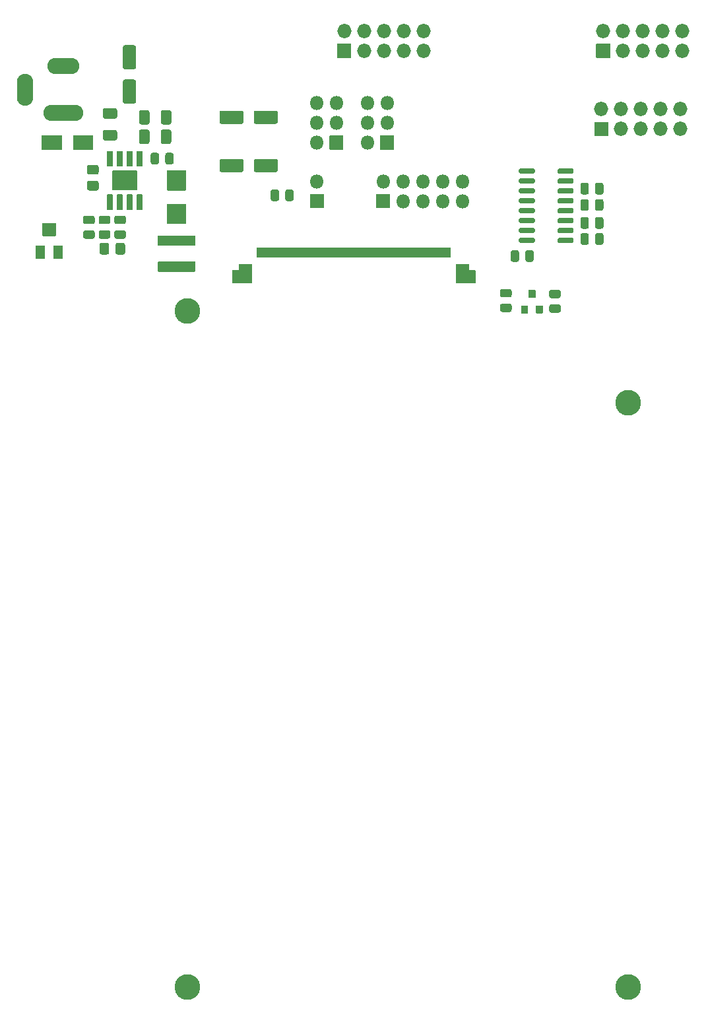
<source format=gts>
G04 #@! TF.GenerationSoftware,KiCad,Pcbnew,5.1.8-5.1.8*
G04 #@! TF.CreationDate,2021-01-07T16:38:59+01:00*
G04 #@! TF.ProjectId,gpsdo-connector,67707364-6f2d-4636-9f6e-6e6563746f72,rev?*
G04 #@! TF.SameCoordinates,PX7ed6b40PY5742de0*
G04 #@! TF.FileFunction,Soldermask,Top*
G04 #@! TF.FilePolarity,Negative*
%FSLAX46Y46*%
G04 Gerber Fmt 4.6, Leading zero omitted, Abs format (unit mm)*
G04 Created by KiCad (PCBNEW 5.1.8-5.1.8) date 2021-01-07 16:38:59*
%MOMM*%
%LPD*%
G01*
G04 APERTURE LIST*
%ADD10C,3.302000*%
%ADD11O,1.829200X1.829200*%
%ADD12O,1.802000X1.802000*%
%ADD13O,4.102000X2.102000*%
%ADD14O,2.102000X4.102000*%
%ADD15O,5.102000X2.102000*%
%ADD16C,0.100000*%
G04 APERTURE END LIST*
D10*
X82200000Y-126000000D03*
X25600000Y-126000000D03*
X82200000Y-51150000D03*
X25600000Y-39350000D03*
G36*
G01*
X22799000Y-20281750D02*
X22799000Y-19318250D01*
G75*
G02*
X23068250Y-19049000I269250J0D01*
G01*
X23606750Y-19049000D01*
G75*
G02*
X23876000Y-19318250I0J-269250D01*
G01*
X23876000Y-20281750D01*
G75*
G02*
X23606750Y-20551000I-269250J0D01*
G01*
X23068250Y-20551000D01*
G75*
G02*
X22799000Y-20281750I0J269250D01*
G01*
G37*
G36*
G01*
X20924000Y-20281750D02*
X20924000Y-19318250D01*
G75*
G02*
X21193250Y-19049000I269250J0D01*
G01*
X21731750Y-19049000D01*
G75*
G02*
X22001000Y-19318250I0J-269250D01*
G01*
X22001000Y-20281750D01*
G75*
G02*
X21731750Y-20551000I-269250J0D01*
G01*
X21193250Y-20551000D01*
G75*
G02*
X20924000Y-20281750I0J269250D01*
G01*
G37*
D11*
X55910000Y-3460000D03*
X55910000Y-6000000D03*
X53370000Y-3460000D03*
X53370000Y-6000000D03*
X50830000Y-3460000D03*
X50830000Y-6000000D03*
X48290000Y-3460000D03*
X48290000Y-6000000D03*
X45750000Y-3460000D03*
G36*
G01*
X46613600Y-6914600D02*
X44886400Y-6914600D01*
G75*
G02*
X44835400Y-6863600I0J51000D01*
G01*
X44835400Y-5136400D01*
G75*
G02*
X44886400Y-5085400I51000J0D01*
G01*
X46613600Y-5085400D01*
G75*
G02*
X46664600Y-5136400I0J-51000D01*
G01*
X46664600Y-6863600D01*
G75*
G02*
X46613600Y-6914600I-51000J0D01*
G01*
G37*
G36*
G01*
X9551000Y-16850000D02*
X9551000Y-18650000D01*
G75*
G02*
X9500000Y-18701000I-51000J0D01*
G01*
X7000000Y-18701000D01*
G75*
G02*
X6949000Y-18650000I0J51000D01*
G01*
X6949000Y-16850000D01*
G75*
G02*
X7000000Y-16799000I51000J0D01*
G01*
X9500000Y-16799000D01*
G75*
G02*
X9551000Y-16850000I0J-51000D01*
G01*
G37*
G36*
G01*
X13551000Y-16850000D02*
X13551000Y-18650000D01*
G75*
G02*
X13500000Y-18701000I-51000J0D01*
G01*
X11000000Y-18701000D01*
G75*
G02*
X10949000Y-18650000I0J51000D01*
G01*
X10949000Y-16850000D01*
G75*
G02*
X11000000Y-16799000I51000J0D01*
G01*
X13500000Y-16799000D01*
G75*
G02*
X13551000Y-16850000I0J-51000D01*
G01*
G37*
G36*
G01*
X16355600Y-14676000D02*
X15044400Y-14676000D01*
G75*
G02*
X14774000Y-14405600I0J270400D01*
G01*
X14774000Y-13594400D01*
G75*
G02*
X15044400Y-13324000I270400J0D01*
G01*
X16355600Y-13324000D01*
G75*
G02*
X16626000Y-13594400I0J-270400D01*
G01*
X16626000Y-14405600D01*
G75*
G02*
X16355600Y-14676000I-270400J0D01*
G01*
G37*
G36*
G01*
X16355600Y-17476000D02*
X15044400Y-17476000D01*
G75*
G02*
X14774000Y-17205600I0J270400D01*
G01*
X14774000Y-16394400D01*
G75*
G02*
X15044400Y-16124000I270400J0D01*
G01*
X16355600Y-16124000D01*
G75*
G02*
X16626000Y-16394400I0J-270400D01*
G01*
X16626000Y-17205600D01*
G75*
G02*
X16355600Y-17476000I-270400J0D01*
G01*
G37*
G36*
G01*
X18785063Y-8351000D02*
X17614937Y-8351000D01*
G75*
G02*
X17349000Y-8085063I0J265937D01*
G01*
X17349000Y-5514937D01*
G75*
G02*
X17614937Y-5249000I265937J0D01*
G01*
X18785063Y-5249000D01*
G75*
G02*
X19051000Y-5514937I0J-265937D01*
G01*
X19051000Y-8085063D01*
G75*
G02*
X18785063Y-8351000I-265937J0D01*
G01*
G37*
G36*
G01*
X18785063Y-12751000D02*
X17614937Y-12751000D01*
G75*
G02*
X17349000Y-12485063I0J265937D01*
G01*
X17349000Y-9914937D01*
G75*
G02*
X17614937Y-9649000I265937J0D01*
G01*
X18785063Y-9649000D01*
G75*
G02*
X19051000Y-9914937I0J-265937D01*
G01*
X19051000Y-12485063D01*
G75*
G02*
X18785063Y-12751000I-265937J0D01*
G01*
G37*
G36*
G01*
X25400000Y-23901000D02*
X23100000Y-23901000D01*
G75*
G02*
X23049000Y-23850000I0J51000D01*
G01*
X23049000Y-21350000D01*
G75*
G02*
X23100000Y-21299000I51000J0D01*
G01*
X25400000Y-21299000D01*
G75*
G02*
X25451000Y-21350000I0J-51000D01*
G01*
X25451000Y-23850000D01*
G75*
G02*
X25400000Y-23901000I-51000J0D01*
G01*
G37*
G36*
G01*
X25400000Y-28201000D02*
X23100000Y-28201000D01*
G75*
G02*
X23049000Y-28150000I0J51000D01*
G01*
X23049000Y-25650000D01*
G75*
G02*
X23100000Y-25599000I51000J0D01*
G01*
X25400000Y-25599000D01*
G75*
G02*
X25451000Y-25650000I0J-51000D01*
G01*
X25451000Y-28150000D01*
G75*
G02*
X25400000Y-28201000I-51000J0D01*
G01*
G37*
G36*
G01*
X66981750Y-37601000D02*
X66018250Y-37601000D01*
G75*
G02*
X65749000Y-37331750I0J269250D01*
G01*
X65749000Y-36793250D01*
G75*
G02*
X66018250Y-36524000I269250J0D01*
G01*
X66981750Y-36524000D01*
G75*
G02*
X67251000Y-36793250I0J-269250D01*
G01*
X67251000Y-37331750D01*
G75*
G02*
X66981750Y-37601000I-269250J0D01*
G01*
G37*
G36*
G01*
X66981750Y-39476000D02*
X66018250Y-39476000D01*
G75*
G02*
X65749000Y-39206750I0J269250D01*
G01*
X65749000Y-38668250D01*
G75*
G02*
X66018250Y-38399000I269250J0D01*
G01*
X66981750Y-38399000D01*
G75*
G02*
X67251000Y-38668250I0J-269250D01*
G01*
X67251000Y-39206750D01*
G75*
G02*
X66981750Y-39476000I-269250J0D01*
G01*
G37*
G36*
G01*
X60099000Y-35750000D02*
X60099000Y-34150000D01*
G75*
G02*
X60150000Y-34099000I51000J0D01*
G01*
X62550000Y-34099000D01*
G75*
G02*
X62601000Y-34150000I0J-51000D01*
G01*
X62601000Y-35750000D01*
G75*
G02*
X62550000Y-35801000I-51000J0D01*
G01*
X60150000Y-35801000D01*
G75*
G02*
X60099000Y-35750000I0J51000D01*
G01*
G37*
G36*
G01*
X31399000Y-35750000D02*
X31399000Y-34150000D01*
G75*
G02*
X31450000Y-34099000I51000J0D01*
G01*
X33850000Y-34099000D01*
G75*
G02*
X33901000Y-34150000I0J-51000D01*
G01*
X33901000Y-35750000D01*
G75*
G02*
X33850000Y-35801000I-51000J0D01*
G01*
X31450000Y-35801000D01*
G75*
G02*
X31399000Y-35750000I0J51000D01*
G01*
G37*
G36*
G01*
X60099000Y-35750000D02*
X60099000Y-33350000D01*
G75*
G02*
X60150000Y-33299000I51000J0D01*
G01*
X61750000Y-33299000D01*
G75*
G02*
X61801000Y-33350000I0J-51000D01*
G01*
X61801000Y-35750000D01*
G75*
G02*
X61750000Y-35801000I-51000J0D01*
G01*
X60150000Y-35801000D01*
G75*
G02*
X60099000Y-35750000I0J51000D01*
G01*
G37*
G36*
G01*
X32199000Y-35750000D02*
X32199000Y-33350000D01*
G75*
G02*
X32250000Y-33299000I51000J0D01*
G01*
X33850000Y-33299000D01*
G75*
G02*
X33901000Y-33350000I0J-51000D01*
G01*
X33901000Y-35750000D01*
G75*
G02*
X33850000Y-35801000I-51000J0D01*
G01*
X32250000Y-35801000D01*
G75*
G02*
X32199000Y-35750000I0J51000D01*
G01*
G37*
G36*
G01*
X59049000Y-32450000D02*
X59049000Y-31250000D01*
G75*
G02*
X59100000Y-31199000I51000J0D01*
G01*
X59400000Y-31199000D01*
G75*
G02*
X59451000Y-31250000I0J-51000D01*
G01*
X59451000Y-32450000D01*
G75*
G02*
X59400000Y-32501000I-51000J0D01*
G01*
X59100000Y-32501000D01*
G75*
G02*
X59049000Y-32450000I0J51000D01*
G01*
G37*
G36*
G01*
X58549000Y-32450000D02*
X58549000Y-31250000D01*
G75*
G02*
X58600000Y-31199000I51000J0D01*
G01*
X58900000Y-31199000D01*
G75*
G02*
X58951000Y-31250000I0J-51000D01*
G01*
X58951000Y-32450000D01*
G75*
G02*
X58900000Y-32501000I-51000J0D01*
G01*
X58600000Y-32501000D01*
G75*
G02*
X58549000Y-32450000I0J51000D01*
G01*
G37*
G36*
G01*
X58049000Y-32450000D02*
X58049000Y-31250000D01*
G75*
G02*
X58100000Y-31199000I51000J0D01*
G01*
X58400000Y-31199000D01*
G75*
G02*
X58451000Y-31250000I0J-51000D01*
G01*
X58451000Y-32450000D01*
G75*
G02*
X58400000Y-32501000I-51000J0D01*
G01*
X58100000Y-32501000D01*
G75*
G02*
X58049000Y-32450000I0J51000D01*
G01*
G37*
G36*
G01*
X57549000Y-32450000D02*
X57549000Y-31250000D01*
G75*
G02*
X57600000Y-31199000I51000J0D01*
G01*
X57900000Y-31199000D01*
G75*
G02*
X57951000Y-31250000I0J-51000D01*
G01*
X57951000Y-32450000D01*
G75*
G02*
X57900000Y-32501000I-51000J0D01*
G01*
X57600000Y-32501000D01*
G75*
G02*
X57549000Y-32450000I0J51000D01*
G01*
G37*
G36*
G01*
X57049000Y-32450000D02*
X57049000Y-31250000D01*
G75*
G02*
X57100000Y-31199000I51000J0D01*
G01*
X57400000Y-31199000D01*
G75*
G02*
X57451000Y-31250000I0J-51000D01*
G01*
X57451000Y-32450000D01*
G75*
G02*
X57400000Y-32501000I-51000J0D01*
G01*
X57100000Y-32501000D01*
G75*
G02*
X57049000Y-32450000I0J51000D01*
G01*
G37*
G36*
G01*
X56549000Y-32450000D02*
X56549000Y-31250000D01*
G75*
G02*
X56600000Y-31199000I51000J0D01*
G01*
X56900000Y-31199000D01*
G75*
G02*
X56951000Y-31250000I0J-51000D01*
G01*
X56951000Y-32450000D01*
G75*
G02*
X56900000Y-32501000I-51000J0D01*
G01*
X56600000Y-32501000D01*
G75*
G02*
X56549000Y-32450000I0J51000D01*
G01*
G37*
G36*
G01*
X56049000Y-32450000D02*
X56049000Y-31250000D01*
G75*
G02*
X56100000Y-31199000I51000J0D01*
G01*
X56400000Y-31199000D01*
G75*
G02*
X56451000Y-31250000I0J-51000D01*
G01*
X56451000Y-32450000D01*
G75*
G02*
X56400000Y-32501000I-51000J0D01*
G01*
X56100000Y-32501000D01*
G75*
G02*
X56049000Y-32450000I0J51000D01*
G01*
G37*
G36*
G01*
X55549000Y-32450000D02*
X55549000Y-31250000D01*
G75*
G02*
X55600000Y-31199000I51000J0D01*
G01*
X55900000Y-31199000D01*
G75*
G02*
X55951000Y-31250000I0J-51000D01*
G01*
X55951000Y-32450000D01*
G75*
G02*
X55900000Y-32501000I-51000J0D01*
G01*
X55600000Y-32501000D01*
G75*
G02*
X55549000Y-32450000I0J51000D01*
G01*
G37*
G36*
G01*
X55049000Y-32450000D02*
X55049000Y-31250000D01*
G75*
G02*
X55100000Y-31199000I51000J0D01*
G01*
X55400000Y-31199000D01*
G75*
G02*
X55451000Y-31250000I0J-51000D01*
G01*
X55451000Y-32450000D01*
G75*
G02*
X55400000Y-32501000I-51000J0D01*
G01*
X55100000Y-32501000D01*
G75*
G02*
X55049000Y-32450000I0J51000D01*
G01*
G37*
G36*
G01*
X54549000Y-32450000D02*
X54549000Y-31250000D01*
G75*
G02*
X54600000Y-31199000I51000J0D01*
G01*
X54900000Y-31199000D01*
G75*
G02*
X54951000Y-31250000I0J-51000D01*
G01*
X54951000Y-32450000D01*
G75*
G02*
X54900000Y-32501000I-51000J0D01*
G01*
X54600000Y-32501000D01*
G75*
G02*
X54549000Y-32450000I0J51000D01*
G01*
G37*
G36*
G01*
X54049000Y-32450000D02*
X54049000Y-31250000D01*
G75*
G02*
X54100000Y-31199000I51000J0D01*
G01*
X54400000Y-31199000D01*
G75*
G02*
X54451000Y-31250000I0J-51000D01*
G01*
X54451000Y-32450000D01*
G75*
G02*
X54400000Y-32501000I-51000J0D01*
G01*
X54100000Y-32501000D01*
G75*
G02*
X54049000Y-32450000I0J51000D01*
G01*
G37*
G36*
G01*
X53549000Y-32450000D02*
X53549000Y-31250000D01*
G75*
G02*
X53600000Y-31199000I51000J0D01*
G01*
X53900000Y-31199000D01*
G75*
G02*
X53951000Y-31250000I0J-51000D01*
G01*
X53951000Y-32450000D01*
G75*
G02*
X53900000Y-32501000I-51000J0D01*
G01*
X53600000Y-32501000D01*
G75*
G02*
X53549000Y-32450000I0J51000D01*
G01*
G37*
G36*
G01*
X53049000Y-32450000D02*
X53049000Y-31250000D01*
G75*
G02*
X53100000Y-31199000I51000J0D01*
G01*
X53400000Y-31199000D01*
G75*
G02*
X53451000Y-31250000I0J-51000D01*
G01*
X53451000Y-32450000D01*
G75*
G02*
X53400000Y-32501000I-51000J0D01*
G01*
X53100000Y-32501000D01*
G75*
G02*
X53049000Y-32450000I0J51000D01*
G01*
G37*
G36*
G01*
X52549000Y-32450000D02*
X52549000Y-31250000D01*
G75*
G02*
X52600000Y-31199000I51000J0D01*
G01*
X52900000Y-31199000D01*
G75*
G02*
X52951000Y-31250000I0J-51000D01*
G01*
X52951000Y-32450000D01*
G75*
G02*
X52900000Y-32501000I-51000J0D01*
G01*
X52600000Y-32501000D01*
G75*
G02*
X52549000Y-32450000I0J51000D01*
G01*
G37*
G36*
G01*
X52049000Y-32450000D02*
X52049000Y-31250000D01*
G75*
G02*
X52100000Y-31199000I51000J0D01*
G01*
X52400000Y-31199000D01*
G75*
G02*
X52451000Y-31250000I0J-51000D01*
G01*
X52451000Y-32450000D01*
G75*
G02*
X52400000Y-32501000I-51000J0D01*
G01*
X52100000Y-32501000D01*
G75*
G02*
X52049000Y-32450000I0J51000D01*
G01*
G37*
G36*
G01*
X51549000Y-32450000D02*
X51549000Y-31250000D01*
G75*
G02*
X51600000Y-31199000I51000J0D01*
G01*
X51900000Y-31199000D01*
G75*
G02*
X51951000Y-31250000I0J-51000D01*
G01*
X51951000Y-32450000D01*
G75*
G02*
X51900000Y-32501000I-51000J0D01*
G01*
X51600000Y-32501000D01*
G75*
G02*
X51549000Y-32450000I0J51000D01*
G01*
G37*
G36*
G01*
X51049000Y-32450000D02*
X51049000Y-31250000D01*
G75*
G02*
X51100000Y-31199000I51000J0D01*
G01*
X51400000Y-31199000D01*
G75*
G02*
X51451000Y-31250000I0J-51000D01*
G01*
X51451000Y-32450000D01*
G75*
G02*
X51400000Y-32501000I-51000J0D01*
G01*
X51100000Y-32501000D01*
G75*
G02*
X51049000Y-32450000I0J51000D01*
G01*
G37*
G36*
G01*
X50549000Y-32450000D02*
X50549000Y-31250000D01*
G75*
G02*
X50600000Y-31199000I51000J0D01*
G01*
X50900000Y-31199000D01*
G75*
G02*
X50951000Y-31250000I0J-51000D01*
G01*
X50951000Y-32450000D01*
G75*
G02*
X50900000Y-32501000I-51000J0D01*
G01*
X50600000Y-32501000D01*
G75*
G02*
X50549000Y-32450000I0J51000D01*
G01*
G37*
G36*
G01*
X50049000Y-32450000D02*
X50049000Y-31250000D01*
G75*
G02*
X50100000Y-31199000I51000J0D01*
G01*
X50400000Y-31199000D01*
G75*
G02*
X50451000Y-31250000I0J-51000D01*
G01*
X50451000Y-32450000D01*
G75*
G02*
X50400000Y-32501000I-51000J0D01*
G01*
X50100000Y-32501000D01*
G75*
G02*
X50049000Y-32450000I0J51000D01*
G01*
G37*
G36*
G01*
X49549000Y-32450000D02*
X49549000Y-31250000D01*
G75*
G02*
X49600000Y-31199000I51000J0D01*
G01*
X49900000Y-31199000D01*
G75*
G02*
X49951000Y-31250000I0J-51000D01*
G01*
X49951000Y-32450000D01*
G75*
G02*
X49900000Y-32501000I-51000J0D01*
G01*
X49600000Y-32501000D01*
G75*
G02*
X49549000Y-32450000I0J51000D01*
G01*
G37*
G36*
G01*
X49049000Y-32450000D02*
X49049000Y-31250000D01*
G75*
G02*
X49100000Y-31199000I51000J0D01*
G01*
X49400000Y-31199000D01*
G75*
G02*
X49451000Y-31250000I0J-51000D01*
G01*
X49451000Y-32450000D01*
G75*
G02*
X49400000Y-32501000I-51000J0D01*
G01*
X49100000Y-32501000D01*
G75*
G02*
X49049000Y-32450000I0J51000D01*
G01*
G37*
G36*
G01*
X48549000Y-32450000D02*
X48549000Y-31250000D01*
G75*
G02*
X48600000Y-31199000I51000J0D01*
G01*
X48900000Y-31199000D01*
G75*
G02*
X48951000Y-31250000I0J-51000D01*
G01*
X48951000Y-32450000D01*
G75*
G02*
X48900000Y-32501000I-51000J0D01*
G01*
X48600000Y-32501000D01*
G75*
G02*
X48549000Y-32450000I0J51000D01*
G01*
G37*
G36*
G01*
X48049000Y-32450000D02*
X48049000Y-31250000D01*
G75*
G02*
X48100000Y-31199000I51000J0D01*
G01*
X48400000Y-31199000D01*
G75*
G02*
X48451000Y-31250000I0J-51000D01*
G01*
X48451000Y-32450000D01*
G75*
G02*
X48400000Y-32501000I-51000J0D01*
G01*
X48100000Y-32501000D01*
G75*
G02*
X48049000Y-32450000I0J51000D01*
G01*
G37*
G36*
G01*
X47549000Y-32450000D02*
X47549000Y-31250000D01*
G75*
G02*
X47600000Y-31199000I51000J0D01*
G01*
X47900000Y-31199000D01*
G75*
G02*
X47951000Y-31250000I0J-51000D01*
G01*
X47951000Y-32450000D01*
G75*
G02*
X47900000Y-32501000I-51000J0D01*
G01*
X47600000Y-32501000D01*
G75*
G02*
X47549000Y-32450000I0J51000D01*
G01*
G37*
G36*
G01*
X47049000Y-32450000D02*
X47049000Y-31250000D01*
G75*
G02*
X47100000Y-31199000I51000J0D01*
G01*
X47400000Y-31199000D01*
G75*
G02*
X47451000Y-31250000I0J-51000D01*
G01*
X47451000Y-32450000D01*
G75*
G02*
X47400000Y-32501000I-51000J0D01*
G01*
X47100000Y-32501000D01*
G75*
G02*
X47049000Y-32450000I0J51000D01*
G01*
G37*
G36*
G01*
X46549000Y-32450000D02*
X46549000Y-31250000D01*
G75*
G02*
X46600000Y-31199000I51000J0D01*
G01*
X46900000Y-31199000D01*
G75*
G02*
X46951000Y-31250000I0J-51000D01*
G01*
X46951000Y-32450000D01*
G75*
G02*
X46900000Y-32501000I-51000J0D01*
G01*
X46600000Y-32501000D01*
G75*
G02*
X46549000Y-32450000I0J51000D01*
G01*
G37*
G36*
G01*
X46049000Y-32450000D02*
X46049000Y-31250000D01*
G75*
G02*
X46100000Y-31199000I51000J0D01*
G01*
X46400000Y-31199000D01*
G75*
G02*
X46451000Y-31250000I0J-51000D01*
G01*
X46451000Y-32450000D01*
G75*
G02*
X46400000Y-32501000I-51000J0D01*
G01*
X46100000Y-32501000D01*
G75*
G02*
X46049000Y-32450000I0J51000D01*
G01*
G37*
G36*
G01*
X45549000Y-32450000D02*
X45549000Y-31250000D01*
G75*
G02*
X45600000Y-31199000I51000J0D01*
G01*
X45900000Y-31199000D01*
G75*
G02*
X45951000Y-31250000I0J-51000D01*
G01*
X45951000Y-32450000D01*
G75*
G02*
X45900000Y-32501000I-51000J0D01*
G01*
X45600000Y-32501000D01*
G75*
G02*
X45549000Y-32450000I0J51000D01*
G01*
G37*
G36*
G01*
X45049000Y-32450000D02*
X45049000Y-31250000D01*
G75*
G02*
X45100000Y-31199000I51000J0D01*
G01*
X45400000Y-31199000D01*
G75*
G02*
X45451000Y-31250000I0J-51000D01*
G01*
X45451000Y-32450000D01*
G75*
G02*
X45400000Y-32501000I-51000J0D01*
G01*
X45100000Y-32501000D01*
G75*
G02*
X45049000Y-32450000I0J51000D01*
G01*
G37*
G36*
G01*
X44549000Y-32450000D02*
X44549000Y-31250000D01*
G75*
G02*
X44600000Y-31199000I51000J0D01*
G01*
X44900000Y-31199000D01*
G75*
G02*
X44951000Y-31250000I0J-51000D01*
G01*
X44951000Y-32450000D01*
G75*
G02*
X44900000Y-32501000I-51000J0D01*
G01*
X44600000Y-32501000D01*
G75*
G02*
X44549000Y-32450000I0J51000D01*
G01*
G37*
G36*
G01*
X44049000Y-32450000D02*
X44049000Y-31250000D01*
G75*
G02*
X44100000Y-31199000I51000J0D01*
G01*
X44400000Y-31199000D01*
G75*
G02*
X44451000Y-31250000I0J-51000D01*
G01*
X44451000Y-32450000D01*
G75*
G02*
X44400000Y-32501000I-51000J0D01*
G01*
X44100000Y-32501000D01*
G75*
G02*
X44049000Y-32450000I0J51000D01*
G01*
G37*
G36*
G01*
X43549000Y-32450000D02*
X43549000Y-31250000D01*
G75*
G02*
X43600000Y-31199000I51000J0D01*
G01*
X43900000Y-31199000D01*
G75*
G02*
X43951000Y-31250000I0J-51000D01*
G01*
X43951000Y-32450000D01*
G75*
G02*
X43900000Y-32501000I-51000J0D01*
G01*
X43600000Y-32501000D01*
G75*
G02*
X43549000Y-32450000I0J51000D01*
G01*
G37*
G36*
G01*
X43049000Y-32450000D02*
X43049000Y-31250000D01*
G75*
G02*
X43100000Y-31199000I51000J0D01*
G01*
X43400000Y-31199000D01*
G75*
G02*
X43451000Y-31250000I0J-51000D01*
G01*
X43451000Y-32450000D01*
G75*
G02*
X43400000Y-32501000I-51000J0D01*
G01*
X43100000Y-32501000D01*
G75*
G02*
X43049000Y-32450000I0J51000D01*
G01*
G37*
G36*
G01*
X42549000Y-32450000D02*
X42549000Y-31250000D01*
G75*
G02*
X42600000Y-31199000I51000J0D01*
G01*
X42900000Y-31199000D01*
G75*
G02*
X42951000Y-31250000I0J-51000D01*
G01*
X42951000Y-32450000D01*
G75*
G02*
X42900000Y-32501000I-51000J0D01*
G01*
X42600000Y-32501000D01*
G75*
G02*
X42549000Y-32450000I0J51000D01*
G01*
G37*
G36*
G01*
X42049000Y-32450000D02*
X42049000Y-31250000D01*
G75*
G02*
X42100000Y-31199000I51000J0D01*
G01*
X42400000Y-31199000D01*
G75*
G02*
X42451000Y-31250000I0J-51000D01*
G01*
X42451000Y-32450000D01*
G75*
G02*
X42400000Y-32501000I-51000J0D01*
G01*
X42100000Y-32501000D01*
G75*
G02*
X42049000Y-32450000I0J51000D01*
G01*
G37*
G36*
G01*
X41549000Y-32450000D02*
X41549000Y-31250000D01*
G75*
G02*
X41600000Y-31199000I51000J0D01*
G01*
X41900000Y-31199000D01*
G75*
G02*
X41951000Y-31250000I0J-51000D01*
G01*
X41951000Y-32450000D01*
G75*
G02*
X41900000Y-32501000I-51000J0D01*
G01*
X41600000Y-32501000D01*
G75*
G02*
X41549000Y-32450000I0J51000D01*
G01*
G37*
G36*
G01*
X41049000Y-32450000D02*
X41049000Y-31250000D01*
G75*
G02*
X41100000Y-31199000I51000J0D01*
G01*
X41400000Y-31199000D01*
G75*
G02*
X41451000Y-31250000I0J-51000D01*
G01*
X41451000Y-32450000D01*
G75*
G02*
X41400000Y-32501000I-51000J0D01*
G01*
X41100000Y-32501000D01*
G75*
G02*
X41049000Y-32450000I0J51000D01*
G01*
G37*
G36*
G01*
X40549000Y-32450000D02*
X40549000Y-31250000D01*
G75*
G02*
X40600000Y-31199000I51000J0D01*
G01*
X40900000Y-31199000D01*
G75*
G02*
X40951000Y-31250000I0J-51000D01*
G01*
X40951000Y-32450000D01*
G75*
G02*
X40900000Y-32501000I-51000J0D01*
G01*
X40600000Y-32501000D01*
G75*
G02*
X40549000Y-32450000I0J51000D01*
G01*
G37*
G36*
G01*
X40049000Y-32450000D02*
X40049000Y-31250000D01*
G75*
G02*
X40100000Y-31199000I51000J0D01*
G01*
X40400000Y-31199000D01*
G75*
G02*
X40451000Y-31250000I0J-51000D01*
G01*
X40451000Y-32450000D01*
G75*
G02*
X40400000Y-32501000I-51000J0D01*
G01*
X40100000Y-32501000D01*
G75*
G02*
X40049000Y-32450000I0J51000D01*
G01*
G37*
G36*
G01*
X39549000Y-32450000D02*
X39549000Y-31250000D01*
G75*
G02*
X39600000Y-31199000I51000J0D01*
G01*
X39900000Y-31199000D01*
G75*
G02*
X39951000Y-31250000I0J-51000D01*
G01*
X39951000Y-32450000D01*
G75*
G02*
X39900000Y-32501000I-51000J0D01*
G01*
X39600000Y-32501000D01*
G75*
G02*
X39549000Y-32450000I0J51000D01*
G01*
G37*
G36*
G01*
X39049000Y-32450000D02*
X39049000Y-31250000D01*
G75*
G02*
X39100000Y-31199000I51000J0D01*
G01*
X39400000Y-31199000D01*
G75*
G02*
X39451000Y-31250000I0J-51000D01*
G01*
X39451000Y-32450000D01*
G75*
G02*
X39400000Y-32501000I-51000J0D01*
G01*
X39100000Y-32501000D01*
G75*
G02*
X39049000Y-32450000I0J51000D01*
G01*
G37*
G36*
G01*
X38549000Y-32450000D02*
X38549000Y-31250000D01*
G75*
G02*
X38600000Y-31199000I51000J0D01*
G01*
X38900000Y-31199000D01*
G75*
G02*
X38951000Y-31250000I0J-51000D01*
G01*
X38951000Y-32450000D01*
G75*
G02*
X38900000Y-32501000I-51000J0D01*
G01*
X38600000Y-32501000D01*
G75*
G02*
X38549000Y-32450000I0J51000D01*
G01*
G37*
G36*
G01*
X38049000Y-32450000D02*
X38049000Y-31250000D01*
G75*
G02*
X38100000Y-31199000I51000J0D01*
G01*
X38400000Y-31199000D01*
G75*
G02*
X38451000Y-31250000I0J-51000D01*
G01*
X38451000Y-32450000D01*
G75*
G02*
X38400000Y-32501000I-51000J0D01*
G01*
X38100000Y-32501000D01*
G75*
G02*
X38049000Y-32450000I0J51000D01*
G01*
G37*
G36*
G01*
X37549000Y-32450000D02*
X37549000Y-31250000D01*
G75*
G02*
X37600000Y-31199000I51000J0D01*
G01*
X37900000Y-31199000D01*
G75*
G02*
X37951000Y-31250000I0J-51000D01*
G01*
X37951000Y-32450000D01*
G75*
G02*
X37900000Y-32501000I-51000J0D01*
G01*
X37600000Y-32501000D01*
G75*
G02*
X37549000Y-32450000I0J51000D01*
G01*
G37*
G36*
G01*
X37049000Y-32450000D02*
X37049000Y-31250000D01*
G75*
G02*
X37100000Y-31199000I51000J0D01*
G01*
X37400000Y-31199000D01*
G75*
G02*
X37451000Y-31250000I0J-51000D01*
G01*
X37451000Y-32450000D01*
G75*
G02*
X37400000Y-32501000I-51000J0D01*
G01*
X37100000Y-32501000D01*
G75*
G02*
X37049000Y-32450000I0J51000D01*
G01*
G37*
G36*
G01*
X36549000Y-32450000D02*
X36549000Y-31250000D01*
G75*
G02*
X36600000Y-31199000I51000J0D01*
G01*
X36900000Y-31199000D01*
G75*
G02*
X36951000Y-31250000I0J-51000D01*
G01*
X36951000Y-32450000D01*
G75*
G02*
X36900000Y-32501000I-51000J0D01*
G01*
X36600000Y-32501000D01*
G75*
G02*
X36549000Y-32450000I0J51000D01*
G01*
G37*
G36*
G01*
X36049000Y-32450000D02*
X36049000Y-31250000D01*
G75*
G02*
X36100000Y-31199000I51000J0D01*
G01*
X36400000Y-31199000D01*
G75*
G02*
X36451000Y-31250000I0J-51000D01*
G01*
X36451000Y-32450000D01*
G75*
G02*
X36400000Y-32501000I-51000J0D01*
G01*
X36100000Y-32501000D01*
G75*
G02*
X36049000Y-32450000I0J51000D01*
G01*
G37*
G36*
G01*
X35549000Y-32450000D02*
X35549000Y-31250000D01*
G75*
G02*
X35600000Y-31199000I51000J0D01*
G01*
X35900000Y-31199000D01*
G75*
G02*
X35951000Y-31250000I0J-51000D01*
G01*
X35951000Y-32450000D01*
G75*
G02*
X35900000Y-32501000I-51000J0D01*
G01*
X35600000Y-32501000D01*
G75*
G02*
X35549000Y-32450000I0J51000D01*
G01*
G37*
G36*
G01*
X35049000Y-32450000D02*
X35049000Y-31250000D01*
G75*
G02*
X35100000Y-31199000I51000J0D01*
G01*
X35400000Y-31199000D01*
G75*
G02*
X35451000Y-31250000I0J-51000D01*
G01*
X35451000Y-32450000D01*
G75*
G02*
X35400000Y-32501000I-51000J0D01*
G01*
X35100000Y-32501000D01*
G75*
G02*
X35049000Y-32450000I0J51000D01*
G01*
G37*
G36*
G01*
X34549000Y-32450000D02*
X34549000Y-31250000D01*
G75*
G02*
X34600000Y-31199000I51000J0D01*
G01*
X34900000Y-31199000D01*
G75*
G02*
X34951000Y-31250000I0J-51000D01*
G01*
X34951000Y-32450000D01*
G75*
G02*
X34900000Y-32501000I-51000J0D01*
G01*
X34600000Y-32501000D01*
G75*
G02*
X34549000Y-32450000I0J51000D01*
G01*
G37*
D12*
X60910000Y-22710000D03*
X60910000Y-25250000D03*
X58370000Y-22710000D03*
X58370000Y-25250000D03*
X55830000Y-22710000D03*
X55830000Y-25250000D03*
X53290000Y-22710000D03*
X53290000Y-25250000D03*
X50750000Y-22710000D03*
G36*
G01*
X51600000Y-26151000D02*
X49900000Y-26151000D01*
G75*
G02*
X49849000Y-26100000I0J51000D01*
G01*
X49849000Y-24400000D01*
G75*
G02*
X49900000Y-24349000I51000J0D01*
G01*
X51600000Y-24349000D01*
G75*
G02*
X51651000Y-24400000I0J-51000D01*
G01*
X51651000Y-26100000D01*
G75*
G02*
X51600000Y-26151000I-51000J0D01*
G01*
G37*
G36*
G01*
X68999000Y-32781750D02*
X68999000Y-31818250D01*
G75*
G02*
X69268250Y-31549000I269250J0D01*
G01*
X69806750Y-31549000D01*
G75*
G02*
X70076000Y-31818250I0J-269250D01*
G01*
X70076000Y-32781750D01*
G75*
G02*
X69806750Y-33051000I-269250J0D01*
G01*
X69268250Y-33051000D01*
G75*
G02*
X68999000Y-32781750I0J269250D01*
G01*
G37*
G36*
G01*
X67124000Y-32781750D02*
X67124000Y-31818250D01*
G75*
G02*
X67393250Y-31549000I269250J0D01*
G01*
X67931750Y-31549000D01*
G75*
G02*
X68201000Y-31818250I0J-269250D01*
G01*
X68201000Y-32781750D01*
G75*
G02*
X67931750Y-33051000I-269250J0D01*
G01*
X67393250Y-33051000D01*
G75*
G02*
X67124000Y-32781750I0J269250D01*
G01*
G37*
X48710000Y-12670000D03*
X51250000Y-12670000D03*
X48710000Y-15210000D03*
X51250000Y-15210000D03*
X48710000Y-17750000D03*
G36*
G01*
X52151000Y-16900000D02*
X52151000Y-18600000D01*
G75*
G02*
X52100000Y-18651000I-51000J0D01*
G01*
X50400000Y-18651000D01*
G75*
G02*
X50349000Y-18600000I0J51000D01*
G01*
X50349000Y-16900000D01*
G75*
G02*
X50400000Y-16849000I51000J0D01*
G01*
X52100000Y-16849000D01*
G75*
G02*
X52151000Y-16900000I0J-51000D01*
G01*
G37*
D11*
X88910000Y-13460000D03*
X88910000Y-16000000D03*
X86370000Y-13460000D03*
X86370000Y-16000000D03*
X83830000Y-13460000D03*
X83830000Y-16000000D03*
X81290000Y-13460000D03*
X81290000Y-16000000D03*
X78750000Y-13460000D03*
G36*
G01*
X79613600Y-16914600D02*
X77886400Y-16914600D01*
G75*
G02*
X77835400Y-16863600I0J51000D01*
G01*
X77835400Y-15136400D01*
G75*
G02*
X77886400Y-15085400I51000J0D01*
G01*
X79613600Y-15085400D01*
G75*
G02*
X79664600Y-15136400I0J-51000D01*
G01*
X79664600Y-16863600D01*
G75*
G02*
X79613600Y-16914600I-51000J0D01*
G01*
G37*
G36*
G01*
X7049000Y-29700000D02*
X7049000Y-28100000D01*
G75*
G02*
X7100000Y-28049000I51000J0D01*
G01*
X8700000Y-28049000D01*
G75*
G02*
X8751000Y-28100000I0J-51000D01*
G01*
X8751000Y-29700000D01*
G75*
G02*
X8700000Y-29751000I-51000J0D01*
G01*
X7100000Y-29751000D01*
G75*
G02*
X7049000Y-29700000I0J51000D01*
G01*
G37*
G36*
G01*
X6149000Y-32600000D02*
X6149000Y-31000000D01*
G75*
G02*
X6200000Y-30949000I51000J0D01*
G01*
X7300000Y-30949000D01*
G75*
G02*
X7351000Y-31000000I0J-51000D01*
G01*
X7351000Y-32600000D01*
G75*
G02*
X7300000Y-32651000I-51000J0D01*
G01*
X6200000Y-32651000D01*
G75*
G02*
X6149000Y-32600000I0J51000D01*
G01*
G37*
G36*
G01*
X8449000Y-32600000D02*
X8449000Y-31000000D01*
G75*
G02*
X8500000Y-30949000I51000J0D01*
G01*
X9600000Y-30949000D01*
G75*
G02*
X9651000Y-31000000I0J-51000D01*
G01*
X9651000Y-32600000D01*
G75*
G02*
X9600000Y-32651000I-51000J0D01*
G01*
X8500000Y-32651000D01*
G75*
G02*
X8449000Y-32600000I0J51000D01*
G01*
G37*
D13*
X9700000Y-7900000D03*
D14*
X4800000Y-10950000D03*
D15*
X9700000Y-13900000D03*
D12*
X42210000Y-12670000D03*
X44750000Y-12670000D03*
X42210000Y-15210000D03*
X44750000Y-15210000D03*
X42210000Y-17750000D03*
G36*
G01*
X45651000Y-16900000D02*
X45651000Y-18600000D01*
G75*
G02*
X45600000Y-18651000I-51000J0D01*
G01*
X43900000Y-18651000D01*
G75*
G02*
X43849000Y-18600000I0J51000D01*
G01*
X43849000Y-16900000D01*
G75*
G02*
X43900000Y-16849000I51000J0D01*
G01*
X45600000Y-16849000D01*
G75*
G02*
X45651000Y-16900000I0J-51000D01*
G01*
G37*
D11*
X89160000Y-3460000D03*
X89160000Y-6000000D03*
X86620000Y-3460000D03*
X86620000Y-6000000D03*
X84080000Y-3460000D03*
X84080000Y-6000000D03*
X81540000Y-3460000D03*
X81540000Y-6000000D03*
X79000000Y-3460000D03*
G36*
G01*
X79863600Y-6914600D02*
X78136400Y-6914600D01*
G75*
G02*
X78085400Y-6863600I0J51000D01*
G01*
X78085400Y-5136400D01*
G75*
G02*
X78136400Y-5085400I51000J0D01*
G01*
X79863600Y-5085400D01*
G75*
G02*
X79914600Y-5136400I0J-51000D01*
G01*
X79914600Y-6863600D01*
G75*
G02*
X79863600Y-6914600I-51000J0D01*
G01*
G37*
D12*
X42250000Y-22710000D03*
G36*
G01*
X43151000Y-24400000D02*
X43151000Y-26100000D01*
G75*
G02*
X43100000Y-26151000I-51000J0D01*
G01*
X41400000Y-26151000D01*
G75*
G02*
X41349000Y-26100000I0J51000D01*
G01*
X41349000Y-24400000D01*
G75*
G02*
X41400000Y-24349000I51000J0D01*
G01*
X43100000Y-24349000D01*
G75*
G02*
X43151000Y-24400000I0J-51000D01*
G01*
G37*
G36*
G01*
X70250000Y-37651000D02*
X69450000Y-37651000D01*
G75*
G02*
X69399000Y-37600000I0J51000D01*
G01*
X69399000Y-36700000D01*
G75*
G02*
X69450000Y-36649000I51000J0D01*
G01*
X70250000Y-36649000D01*
G75*
G02*
X70301000Y-36700000I0J-51000D01*
G01*
X70301000Y-37600000D01*
G75*
G02*
X70250000Y-37651000I-51000J0D01*
G01*
G37*
G36*
G01*
X71200000Y-39651000D02*
X70400000Y-39651000D01*
G75*
G02*
X70349000Y-39600000I0J51000D01*
G01*
X70349000Y-38700000D01*
G75*
G02*
X70400000Y-38649000I51000J0D01*
G01*
X71200000Y-38649000D01*
G75*
G02*
X71251000Y-38700000I0J-51000D01*
G01*
X71251000Y-39600000D01*
G75*
G02*
X71200000Y-39651000I-51000J0D01*
G01*
G37*
G36*
G01*
X69300000Y-39651000D02*
X68500000Y-39651000D01*
G75*
G02*
X68449000Y-39600000I0J51000D01*
G01*
X68449000Y-38700000D01*
G75*
G02*
X68500000Y-38649000I51000J0D01*
G01*
X69300000Y-38649000D01*
G75*
G02*
X69351000Y-38700000I0J-51000D01*
G01*
X69351000Y-39600000D01*
G75*
G02*
X69300000Y-39651000I-51000J0D01*
G01*
G37*
G36*
G01*
X70231000Y-30119500D02*
X70231000Y-30470500D01*
G75*
G02*
X70055500Y-30646000I-175500J0D01*
G01*
X68354500Y-30646000D01*
G75*
G02*
X68179000Y-30470500I0J175500D01*
G01*
X68179000Y-30119500D01*
G75*
G02*
X68354500Y-29944000I175500J0D01*
G01*
X70055500Y-29944000D01*
G75*
G02*
X70231000Y-30119500I0J-175500D01*
G01*
G37*
G36*
G01*
X70231000Y-28849500D02*
X70231000Y-29200500D01*
G75*
G02*
X70055500Y-29376000I-175500J0D01*
G01*
X68354500Y-29376000D01*
G75*
G02*
X68179000Y-29200500I0J175500D01*
G01*
X68179000Y-28849500D01*
G75*
G02*
X68354500Y-28674000I175500J0D01*
G01*
X70055500Y-28674000D01*
G75*
G02*
X70231000Y-28849500I0J-175500D01*
G01*
G37*
G36*
G01*
X70231000Y-27579500D02*
X70231000Y-27930500D01*
G75*
G02*
X70055500Y-28106000I-175500J0D01*
G01*
X68354500Y-28106000D01*
G75*
G02*
X68179000Y-27930500I0J175500D01*
G01*
X68179000Y-27579500D01*
G75*
G02*
X68354500Y-27404000I175500J0D01*
G01*
X70055500Y-27404000D01*
G75*
G02*
X70231000Y-27579500I0J-175500D01*
G01*
G37*
G36*
G01*
X70231000Y-26309500D02*
X70231000Y-26660500D01*
G75*
G02*
X70055500Y-26836000I-175500J0D01*
G01*
X68354500Y-26836000D01*
G75*
G02*
X68179000Y-26660500I0J175500D01*
G01*
X68179000Y-26309500D01*
G75*
G02*
X68354500Y-26134000I175500J0D01*
G01*
X70055500Y-26134000D01*
G75*
G02*
X70231000Y-26309500I0J-175500D01*
G01*
G37*
G36*
G01*
X70231000Y-25039500D02*
X70231000Y-25390500D01*
G75*
G02*
X70055500Y-25566000I-175500J0D01*
G01*
X68354500Y-25566000D01*
G75*
G02*
X68179000Y-25390500I0J175500D01*
G01*
X68179000Y-25039500D01*
G75*
G02*
X68354500Y-24864000I175500J0D01*
G01*
X70055500Y-24864000D01*
G75*
G02*
X70231000Y-25039500I0J-175500D01*
G01*
G37*
G36*
G01*
X70231000Y-23769500D02*
X70231000Y-24120500D01*
G75*
G02*
X70055500Y-24296000I-175500J0D01*
G01*
X68354500Y-24296000D01*
G75*
G02*
X68179000Y-24120500I0J175500D01*
G01*
X68179000Y-23769500D01*
G75*
G02*
X68354500Y-23594000I175500J0D01*
G01*
X70055500Y-23594000D01*
G75*
G02*
X70231000Y-23769500I0J-175500D01*
G01*
G37*
G36*
G01*
X70231000Y-22499500D02*
X70231000Y-22850500D01*
G75*
G02*
X70055500Y-23026000I-175500J0D01*
G01*
X68354500Y-23026000D01*
G75*
G02*
X68179000Y-22850500I0J175500D01*
G01*
X68179000Y-22499500D01*
G75*
G02*
X68354500Y-22324000I175500J0D01*
G01*
X70055500Y-22324000D01*
G75*
G02*
X70231000Y-22499500I0J-175500D01*
G01*
G37*
G36*
G01*
X70231000Y-21229500D02*
X70231000Y-21580500D01*
G75*
G02*
X70055500Y-21756000I-175500J0D01*
G01*
X68354500Y-21756000D01*
G75*
G02*
X68179000Y-21580500I0J175500D01*
G01*
X68179000Y-21229500D01*
G75*
G02*
X68354500Y-21054000I175500J0D01*
G01*
X70055500Y-21054000D01*
G75*
G02*
X70231000Y-21229500I0J-175500D01*
G01*
G37*
G36*
G01*
X75181000Y-21229500D02*
X75181000Y-21580500D01*
G75*
G02*
X75005500Y-21756000I-175500J0D01*
G01*
X73304500Y-21756000D01*
G75*
G02*
X73129000Y-21580500I0J175500D01*
G01*
X73129000Y-21229500D01*
G75*
G02*
X73304500Y-21054000I175500J0D01*
G01*
X75005500Y-21054000D01*
G75*
G02*
X75181000Y-21229500I0J-175500D01*
G01*
G37*
G36*
G01*
X75181000Y-22499500D02*
X75181000Y-22850500D01*
G75*
G02*
X75005500Y-23026000I-175500J0D01*
G01*
X73304500Y-23026000D01*
G75*
G02*
X73129000Y-22850500I0J175500D01*
G01*
X73129000Y-22499500D01*
G75*
G02*
X73304500Y-22324000I175500J0D01*
G01*
X75005500Y-22324000D01*
G75*
G02*
X75181000Y-22499500I0J-175500D01*
G01*
G37*
G36*
G01*
X75181000Y-23769500D02*
X75181000Y-24120500D01*
G75*
G02*
X75005500Y-24296000I-175500J0D01*
G01*
X73304500Y-24296000D01*
G75*
G02*
X73129000Y-24120500I0J175500D01*
G01*
X73129000Y-23769500D01*
G75*
G02*
X73304500Y-23594000I175500J0D01*
G01*
X75005500Y-23594000D01*
G75*
G02*
X75181000Y-23769500I0J-175500D01*
G01*
G37*
G36*
G01*
X75181000Y-25039500D02*
X75181000Y-25390500D01*
G75*
G02*
X75005500Y-25566000I-175500J0D01*
G01*
X73304500Y-25566000D01*
G75*
G02*
X73129000Y-25390500I0J175500D01*
G01*
X73129000Y-25039500D01*
G75*
G02*
X73304500Y-24864000I175500J0D01*
G01*
X75005500Y-24864000D01*
G75*
G02*
X75181000Y-25039500I0J-175500D01*
G01*
G37*
G36*
G01*
X75181000Y-26309500D02*
X75181000Y-26660500D01*
G75*
G02*
X75005500Y-26836000I-175500J0D01*
G01*
X73304500Y-26836000D01*
G75*
G02*
X73129000Y-26660500I0J175500D01*
G01*
X73129000Y-26309500D01*
G75*
G02*
X73304500Y-26134000I175500J0D01*
G01*
X75005500Y-26134000D01*
G75*
G02*
X75181000Y-26309500I0J-175500D01*
G01*
G37*
G36*
G01*
X75181000Y-27579500D02*
X75181000Y-27930500D01*
G75*
G02*
X75005500Y-28106000I-175500J0D01*
G01*
X73304500Y-28106000D01*
G75*
G02*
X73129000Y-27930500I0J175500D01*
G01*
X73129000Y-27579500D01*
G75*
G02*
X73304500Y-27404000I175500J0D01*
G01*
X75005500Y-27404000D01*
G75*
G02*
X75181000Y-27579500I0J-175500D01*
G01*
G37*
G36*
G01*
X75181000Y-28849500D02*
X75181000Y-29200500D01*
G75*
G02*
X75005500Y-29376000I-175500J0D01*
G01*
X73304500Y-29376000D01*
G75*
G02*
X73129000Y-29200500I0J175500D01*
G01*
X73129000Y-28849500D01*
G75*
G02*
X73304500Y-28674000I175500J0D01*
G01*
X75005500Y-28674000D01*
G75*
G02*
X75181000Y-28849500I0J-175500D01*
G01*
G37*
G36*
G01*
X75181000Y-30119500D02*
X75181000Y-30470500D01*
G75*
G02*
X75005500Y-30646000I-175500J0D01*
G01*
X73304500Y-30646000D01*
G75*
G02*
X73129000Y-30470500I0J175500D01*
G01*
X73129000Y-30119500D01*
G75*
G02*
X73304500Y-29944000I175500J0D01*
G01*
X75005500Y-29944000D01*
G75*
G02*
X75181000Y-30119500I0J-175500D01*
G01*
G37*
G36*
G01*
X77949000Y-24131750D02*
X77949000Y-23168250D01*
G75*
G02*
X78218250Y-22899000I269250J0D01*
G01*
X78756750Y-22899000D01*
G75*
G02*
X79026000Y-23168250I0J-269250D01*
G01*
X79026000Y-24131750D01*
G75*
G02*
X78756750Y-24401000I-269250J0D01*
G01*
X78218250Y-24401000D01*
G75*
G02*
X77949000Y-24131750I0J269250D01*
G01*
G37*
G36*
G01*
X76074000Y-24131750D02*
X76074000Y-23168250D01*
G75*
G02*
X76343250Y-22899000I269250J0D01*
G01*
X76881750Y-22899000D01*
G75*
G02*
X77151000Y-23168250I0J-269250D01*
G01*
X77151000Y-24131750D01*
G75*
G02*
X76881750Y-24401000I-269250J0D01*
G01*
X76343250Y-24401000D01*
G75*
G02*
X76074000Y-24131750I0J269250D01*
G01*
G37*
G36*
G01*
X77949000Y-28531750D02*
X77949000Y-27568250D01*
G75*
G02*
X78218250Y-27299000I269250J0D01*
G01*
X78756750Y-27299000D01*
G75*
G02*
X79026000Y-27568250I0J-269250D01*
G01*
X79026000Y-28531750D01*
G75*
G02*
X78756750Y-28801000I-269250J0D01*
G01*
X78218250Y-28801000D01*
G75*
G02*
X77949000Y-28531750I0J269250D01*
G01*
G37*
G36*
G01*
X76074000Y-28531750D02*
X76074000Y-27568250D01*
G75*
G02*
X76343250Y-27299000I269250J0D01*
G01*
X76881750Y-27299000D01*
G75*
G02*
X77151000Y-27568250I0J-269250D01*
G01*
X77151000Y-28531750D01*
G75*
G02*
X76881750Y-28801000I-269250J0D01*
G01*
X76343250Y-28801000D01*
G75*
G02*
X76074000Y-28531750I0J269250D01*
G01*
G37*
G36*
G01*
X77151000Y-25268250D02*
X77151000Y-26231750D01*
G75*
G02*
X76881750Y-26501000I-269250J0D01*
G01*
X76343250Y-26501000D01*
G75*
G02*
X76074000Y-26231750I0J269250D01*
G01*
X76074000Y-25268250D01*
G75*
G02*
X76343250Y-24999000I269250J0D01*
G01*
X76881750Y-24999000D01*
G75*
G02*
X77151000Y-25268250I0J-269250D01*
G01*
G37*
G36*
G01*
X79026000Y-25268250D02*
X79026000Y-26231750D01*
G75*
G02*
X78756750Y-26501000I-269250J0D01*
G01*
X78218250Y-26501000D01*
G75*
G02*
X77949000Y-26231750I0J269250D01*
G01*
X77949000Y-25268250D01*
G75*
G02*
X78218250Y-24999000I269250J0D01*
G01*
X78756750Y-24999000D01*
G75*
G02*
X79026000Y-25268250I0J-269250D01*
G01*
G37*
G36*
G01*
X77949000Y-30581750D02*
X77949000Y-29618250D01*
G75*
G02*
X78218250Y-29349000I269250J0D01*
G01*
X78756750Y-29349000D01*
G75*
G02*
X79026000Y-29618250I0J-269250D01*
G01*
X79026000Y-30581750D01*
G75*
G02*
X78756750Y-30851000I-269250J0D01*
G01*
X78218250Y-30851000D01*
G75*
G02*
X77949000Y-30581750I0J269250D01*
G01*
G37*
G36*
G01*
X76074000Y-30581750D02*
X76074000Y-29618250D01*
G75*
G02*
X76343250Y-29349000I269250J0D01*
G01*
X76881750Y-29349000D01*
G75*
G02*
X77151000Y-29618250I0J-269250D01*
G01*
X77151000Y-30581750D01*
G75*
G02*
X76881750Y-30851000I-269250J0D01*
G01*
X76343250Y-30851000D01*
G75*
G02*
X76074000Y-30581750I0J269250D01*
G01*
G37*
G36*
G01*
X72318250Y-38499001D02*
X73281750Y-38499001D01*
G75*
G02*
X73551000Y-38768251I0J-269250D01*
G01*
X73551000Y-39306751D01*
G75*
G02*
X73281750Y-39576001I-269250J0D01*
G01*
X72318250Y-39576001D01*
G75*
G02*
X72049000Y-39306751I0J269250D01*
G01*
X72049000Y-38768251D01*
G75*
G02*
X72318250Y-38499001I269250J0D01*
G01*
G37*
G36*
G01*
X72318250Y-36624001D02*
X73281750Y-36624001D01*
G75*
G02*
X73551000Y-36893251I0J-269250D01*
G01*
X73551000Y-37431751D01*
G75*
G02*
X73281750Y-37701001I-269250J0D01*
G01*
X72318250Y-37701001D01*
G75*
G02*
X72049000Y-37431751I0J269250D01*
G01*
X72049000Y-36893251D01*
G75*
G02*
X72318250Y-36624001I269250J0D01*
G01*
G37*
G36*
G01*
X12518250Y-28999000D02*
X13481750Y-28999000D01*
G75*
G02*
X13751000Y-29268250I0J-269250D01*
G01*
X13751000Y-29806750D01*
G75*
G02*
X13481750Y-30076000I-269250J0D01*
G01*
X12518250Y-30076000D01*
G75*
G02*
X12249000Y-29806750I0J269250D01*
G01*
X12249000Y-29268250D01*
G75*
G02*
X12518250Y-28999000I269250J0D01*
G01*
G37*
G36*
G01*
X12518250Y-27124000D02*
X13481750Y-27124000D01*
G75*
G02*
X13751000Y-27393250I0J-269250D01*
G01*
X13751000Y-27931750D01*
G75*
G02*
X13481750Y-28201000I-269250J0D01*
G01*
X12518250Y-28201000D01*
G75*
G02*
X12249000Y-27931750I0J269250D01*
G01*
X12249000Y-27393250D01*
G75*
G02*
X12518250Y-27124000I269250J0D01*
G01*
G37*
G36*
G01*
X14518250Y-28999000D02*
X15481750Y-28999000D01*
G75*
G02*
X15751000Y-29268250I0J-269250D01*
G01*
X15751000Y-29806750D01*
G75*
G02*
X15481750Y-30076000I-269250J0D01*
G01*
X14518250Y-30076000D01*
G75*
G02*
X14249000Y-29806750I0J269250D01*
G01*
X14249000Y-29268250D01*
G75*
G02*
X14518250Y-28999000I269250J0D01*
G01*
G37*
G36*
G01*
X14518250Y-27124000D02*
X15481750Y-27124000D01*
G75*
G02*
X15751000Y-27393250I0J-269250D01*
G01*
X15751000Y-27931750D01*
G75*
G02*
X15481750Y-28201000I-269250J0D01*
G01*
X14518250Y-28201000D01*
G75*
G02*
X14249000Y-27931750I0J269250D01*
G01*
X14249000Y-27393250D01*
G75*
G02*
X14518250Y-27124000I269250J0D01*
G01*
G37*
G36*
G01*
X17600000Y-21344000D02*
X19150000Y-21344000D01*
G75*
G02*
X19201000Y-21395000I0J-51000D01*
G01*
X19201000Y-22600000D01*
G75*
G02*
X19150000Y-22651000I-51000J0D01*
G01*
X17600000Y-22651000D01*
G75*
G02*
X17549000Y-22600000I0J51000D01*
G01*
X17549000Y-21395000D01*
G75*
G02*
X17600000Y-21344000I51000J0D01*
G01*
G37*
G36*
G01*
X16050000Y-21344000D02*
X17600000Y-21344000D01*
G75*
G02*
X17651000Y-21395000I0J-51000D01*
G01*
X17651000Y-22600000D01*
G75*
G02*
X17600000Y-22651000I-51000J0D01*
G01*
X16050000Y-22651000D01*
G75*
G02*
X15999000Y-22600000I0J51000D01*
G01*
X15999000Y-21395000D01*
G75*
G02*
X16050000Y-21344000I51000J0D01*
G01*
G37*
G36*
G01*
X17600000Y-22549000D02*
X19150000Y-22549000D01*
G75*
G02*
X19201000Y-22600000I0J-51000D01*
G01*
X19201000Y-23805000D01*
G75*
G02*
X19150000Y-23856000I-51000J0D01*
G01*
X17600000Y-23856000D01*
G75*
G02*
X17549000Y-23805000I0J51000D01*
G01*
X17549000Y-22600000D01*
G75*
G02*
X17600000Y-22549000I51000J0D01*
G01*
G37*
G36*
G01*
X16050000Y-22549000D02*
X17600000Y-22549000D01*
G75*
G02*
X17651000Y-22600000I0J-51000D01*
G01*
X17651000Y-23805000D01*
G75*
G02*
X17600000Y-23856000I-51000J0D01*
G01*
X16050000Y-23856000D01*
G75*
G02*
X15999000Y-23805000I0J51000D01*
G01*
X15999000Y-22600000D01*
G75*
G02*
X16050000Y-22549000I51000J0D01*
G01*
G37*
G36*
G01*
X19199999Y-24374000D02*
X19810001Y-24374000D01*
G75*
G02*
X19861000Y-24424999I0J-50999D01*
G01*
X19861000Y-26335001D01*
G75*
G02*
X19810001Y-26386000I-50999J0D01*
G01*
X19199999Y-26386000D01*
G75*
G02*
X19149000Y-26335001I0J50999D01*
G01*
X19149000Y-24424999D01*
G75*
G02*
X19199999Y-24374000I50999J0D01*
G01*
G37*
G36*
G01*
X17929999Y-24374000D02*
X18540001Y-24374000D01*
G75*
G02*
X18591000Y-24424999I0J-50999D01*
G01*
X18591000Y-26335001D01*
G75*
G02*
X18540001Y-26386000I-50999J0D01*
G01*
X17929999Y-26386000D01*
G75*
G02*
X17879000Y-26335001I0J50999D01*
G01*
X17879000Y-24424999D01*
G75*
G02*
X17929999Y-24374000I50999J0D01*
G01*
G37*
G36*
G01*
X16659999Y-24374000D02*
X17270001Y-24374000D01*
G75*
G02*
X17321000Y-24424999I0J-50999D01*
G01*
X17321000Y-26335001D01*
G75*
G02*
X17270001Y-26386000I-50999J0D01*
G01*
X16659999Y-26386000D01*
G75*
G02*
X16609000Y-26335001I0J50999D01*
G01*
X16609000Y-24424999D01*
G75*
G02*
X16659999Y-24374000I50999J0D01*
G01*
G37*
G36*
G01*
X15389999Y-24374000D02*
X16000001Y-24374000D01*
G75*
G02*
X16051000Y-24424999I0J-50999D01*
G01*
X16051000Y-26335001D01*
G75*
G02*
X16000001Y-26386000I-50999J0D01*
G01*
X15389999Y-26386000D01*
G75*
G02*
X15339000Y-26335001I0J50999D01*
G01*
X15339000Y-24424999D01*
G75*
G02*
X15389999Y-24374000I50999J0D01*
G01*
G37*
G36*
G01*
X15389999Y-18814000D02*
X16000001Y-18814000D01*
G75*
G02*
X16051000Y-18864999I0J-50999D01*
G01*
X16051000Y-20775001D01*
G75*
G02*
X16000001Y-20826000I-50999J0D01*
G01*
X15389999Y-20826000D01*
G75*
G02*
X15339000Y-20775001I0J50999D01*
G01*
X15339000Y-18864999D01*
G75*
G02*
X15389999Y-18814000I50999J0D01*
G01*
G37*
G36*
G01*
X16659999Y-18814000D02*
X17270001Y-18814000D01*
G75*
G02*
X17321000Y-18864999I0J-50999D01*
G01*
X17321000Y-20775001D01*
G75*
G02*
X17270001Y-20826000I-50999J0D01*
G01*
X16659999Y-20826000D01*
G75*
G02*
X16609000Y-20775001I0J50999D01*
G01*
X16609000Y-18864999D01*
G75*
G02*
X16659999Y-18814000I50999J0D01*
G01*
G37*
G36*
G01*
X17929999Y-18814000D02*
X18540001Y-18814000D01*
G75*
G02*
X18591000Y-18864999I0J-50999D01*
G01*
X18591000Y-20775001D01*
G75*
G02*
X18540001Y-20826000I-50999J0D01*
G01*
X17929999Y-20826000D01*
G75*
G02*
X17879000Y-20775001I0J50999D01*
G01*
X17879000Y-18864999D01*
G75*
G02*
X17929999Y-18814000I50999J0D01*
G01*
G37*
G36*
G01*
X19199999Y-18814000D02*
X19810001Y-18814000D01*
G75*
G02*
X19861000Y-18864999I0J-50999D01*
G01*
X19861000Y-20775001D01*
G75*
G02*
X19810001Y-20826000I-50999J0D01*
G01*
X19199999Y-20826000D01*
G75*
G02*
X19149000Y-20775001I0J50999D01*
G01*
X19149000Y-18864999D01*
G75*
G02*
X19199999Y-18814000I50999J0D01*
G01*
G37*
G36*
G01*
X16399000Y-31828828D02*
X16399000Y-30871172D01*
G75*
G02*
X16671172Y-30599000I272172J0D01*
G01*
X17378828Y-30599000D01*
G75*
G02*
X17651000Y-30871172I0J-272172D01*
G01*
X17651000Y-31828828D01*
G75*
G02*
X17378828Y-32101000I-272172J0D01*
G01*
X16671172Y-32101000D01*
G75*
G02*
X16399000Y-31828828I0J272172D01*
G01*
G37*
G36*
G01*
X14349000Y-31828828D02*
X14349000Y-30871172D01*
G75*
G02*
X14621172Y-30599000I272172J0D01*
G01*
X15328828Y-30599000D01*
G75*
G02*
X15601000Y-30871172I0J-272172D01*
G01*
X15601000Y-31828828D01*
G75*
G02*
X15328828Y-32101000I-272172J0D01*
G01*
X14621172Y-32101000D01*
G75*
G02*
X14349000Y-31828828I0J272172D01*
G01*
G37*
G36*
G01*
X13021172Y-22649000D02*
X13978828Y-22649000D01*
G75*
G02*
X14251000Y-22921172I0J-272172D01*
G01*
X14251000Y-23628828D01*
G75*
G02*
X13978828Y-23901000I-272172J0D01*
G01*
X13021172Y-23901000D01*
G75*
G02*
X12749000Y-23628828I0J272172D01*
G01*
X12749000Y-22921172D01*
G75*
G02*
X13021172Y-22649000I272172J0D01*
G01*
G37*
G36*
G01*
X13021172Y-20599000D02*
X13978828Y-20599000D01*
G75*
G02*
X14251000Y-20871172I0J-272172D01*
G01*
X14251000Y-21578828D01*
G75*
G02*
X13978828Y-21851000I-272172J0D01*
G01*
X13021172Y-21851000D01*
G75*
G02*
X12749000Y-21578828I0J272172D01*
G01*
X12749000Y-20871172D01*
G75*
G02*
X13021172Y-20599000I272172J0D01*
G01*
G37*
G36*
G01*
X21899999Y-33004000D02*
X26600001Y-33004000D01*
G75*
G02*
X26651000Y-33054999I0J-50999D01*
G01*
X26651000Y-34255001D01*
G75*
G02*
X26600001Y-34306000I-50999J0D01*
G01*
X21899999Y-34306000D01*
G75*
G02*
X21849000Y-34255001I0J50999D01*
G01*
X21849000Y-33054999D01*
G75*
G02*
X21899999Y-33004000I50999J0D01*
G01*
G37*
G36*
G01*
X21899999Y-29694000D02*
X26600001Y-29694000D01*
G75*
G02*
X26651000Y-29744999I0J-50999D01*
G01*
X26651000Y-30945001D01*
G75*
G02*
X26600001Y-30996000I-50999J0D01*
G01*
X21899999Y-30996000D01*
G75*
G02*
X21849000Y-30945001I0J50999D01*
G01*
X21849000Y-29744999D01*
G75*
G02*
X21899999Y-29694000I50999J0D01*
G01*
G37*
G36*
G01*
X16518250Y-28999000D02*
X17481750Y-28999000D01*
G75*
G02*
X17751000Y-29268250I0J-269250D01*
G01*
X17751000Y-29806750D01*
G75*
G02*
X17481750Y-30076000I-269250J0D01*
G01*
X16518250Y-30076000D01*
G75*
G02*
X16249000Y-29806750I0J269250D01*
G01*
X16249000Y-29268250D01*
G75*
G02*
X16518250Y-28999000I269250J0D01*
G01*
G37*
G36*
G01*
X16518250Y-27124000D02*
X17481750Y-27124000D01*
G75*
G02*
X17751000Y-27393250I0J-269250D01*
G01*
X17751000Y-27931750D01*
G75*
G02*
X17481750Y-28201000I-269250J0D01*
G01*
X16518250Y-28201000D01*
G75*
G02*
X16249000Y-27931750I0J269250D01*
G01*
X16249000Y-27393250D01*
G75*
G02*
X16518250Y-27124000I269250J0D01*
G01*
G37*
G36*
G01*
X38199000Y-24981750D02*
X38199000Y-24018250D01*
G75*
G02*
X38468250Y-23749000I269250J0D01*
G01*
X39006750Y-23749000D01*
G75*
G02*
X39276000Y-24018250I0J-269250D01*
G01*
X39276000Y-24981750D01*
G75*
G02*
X39006750Y-25251000I-269250J0D01*
G01*
X38468250Y-25251000D01*
G75*
G02*
X38199000Y-24981750I0J269250D01*
G01*
G37*
G36*
G01*
X36324000Y-24981750D02*
X36324000Y-24018250D01*
G75*
G02*
X36593250Y-23749000I269250J0D01*
G01*
X37131750Y-23749000D01*
G75*
G02*
X37401000Y-24018250I0J-269250D01*
G01*
X37401000Y-24981750D01*
G75*
G02*
X37131750Y-25251000I-269250J0D01*
G01*
X36593250Y-25251000D01*
G75*
G02*
X36324000Y-24981750I0J269250D01*
G01*
G37*
G36*
G01*
X32851000Y-20114937D02*
X32851000Y-21285063D01*
G75*
G02*
X32585063Y-21551000I-265937J0D01*
G01*
X30014937Y-21551000D01*
G75*
G02*
X29749000Y-21285063I0J265937D01*
G01*
X29749000Y-20114937D01*
G75*
G02*
X30014937Y-19849000I265937J0D01*
G01*
X32585063Y-19849000D01*
G75*
G02*
X32851000Y-20114937I0J-265937D01*
G01*
G37*
G36*
G01*
X37251000Y-20114937D02*
X37251000Y-21285063D01*
G75*
G02*
X36985063Y-21551000I-265937J0D01*
G01*
X34414937Y-21551000D01*
G75*
G02*
X34149000Y-21285063I0J265937D01*
G01*
X34149000Y-20114937D01*
G75*
G02*
X34414937Y-19849000I265937J0D01*
G01*
X36985063Y-19849000D01*
G75*
G02*
X37251000Y-20114937I0J-265937D01*
G01*
G37*
G36*
G01*
X32851000Y-13914937D02*
X32851000Y-15085063D01*
G75*
G02*
X32585063Y-15351000I-265937J0D01*
G01*
X30014937Y-15351000D01*
G75*
G02*
X29749000Y-15085063I0J265937D01*
G01*
X29749000Y-13914937D01*
G75*
G02*
X30014937Y-13649000I265937J0D01*
G01*
X32585063Y-13649000D01*
G75*
G02*
X32851000Y-13914937I0J-265937D01*
G01*
G37*
G36*
G01*
X37251000Y-13914937D02*
X37251000Y-15085063D01*
G75*
G02*
X36985063Y-15351000I-265937J0D01*
G01*
X34414937Y-15351000D01*
G75*
G02*
X34149000Y-15085063I0J265937D01*
G01*
X34149000Y-13914937D01*
G75*
G02*
X34414937Y-13649000I265937J0D01*
G01*
X36985063Y-13649000D01*
G75*
G02*
X37251000Y-13914937I0J-265937D01*
G01*
G37*
G36*
G01*
X19424000Y-15155600D02*
X19424000Y-13844400D01*
G75*
G02*
X19694400Y-13574000I270400J0D01*
G01*
X20505600Y-13574000D01*
G75*
G02*
X20776000Y-13844400I0J-270400D01*
G01*
X20776000Y-15155600D01*
G75*
G02*
X20505600Y-15426000I-270400J0D01*
G01*
X19694400Y-15426000D01*
G75*
G02*
X19424000Y-15155600I0J270400D01*
G01*
G37*
G36*
G01*
X22224000Y-15155600D02*
X22224000Y-13844400D01*
G75*
G02*
X22494400Y-13574000I270400J0D01*
G01*
X23305600Y-13574000D01*
G75*
G02*
X23576000Y-13844400I0J-270400D01*
G01*
X23576000Y-15155600D01*
G75*
G02*
X23305600Y-15426000I-270400J0D01*
G01*
X22494400Y-15426000D01*
G75*
G02*
X22224000Y-15155600I0J270400D01*
G01*
G37*
G36*
G01*
X19424000Y-17655600D02*
X19424000Y-16344400D01*
G75*
G02*
X19694400Y-16074000I270400J0D01*
G01*
X20505600Y-16074000D01*
G75*
G02*
X20776000Y-16344400I0J-270400D01*
G01*
X20776000Y-17655600D01*
G75*
G02*
X20505600Y-17926000I-270400J0D01*
G01*
X19694400Y-17926000D01*
G75*
G02*
X19424000Y-17655600I0J270400D01*
G01*
G37*
G36*
G01*
X22224000Y-17655600D02*
X22224000Y-16344400D01*
G75*
G02*
X22494400Y-16074000I270400J0D01*
G01*
X23305600Y-16074000D01*
G75*
G02*
X23576000Y-16344400I0J-270400D01*
G01*
X23576000Y-17655600D01*
G75*
G02*
X23305600Y-17926000I-270400J0D01*
G01*
X22494400Y-17926000D01*
G75*
G02*
X22224000Y-17655600I0J270400D01*
G01*
G37*
D16*
G36*
X59050732Y-31198000D02*
G01*
X59051000Y-31199000D01*
X59051000Y-32501000D01*
X59050000Y-32502732D01*
X59049000Y-32503000D01*
X58951000Y-32503000D01*
X58949268Y-32502000D01*
X58949000Y-32501000D01*
X58949000Y-31201000D01*
X58551000Y-31201000D01*
X58551000Y-32501000D01*
X58550000Y-32502732D01*
X58549000Y-32503000D01*
X58451000Y-32503000D01*
X58449268Y-32502000D01*
X58449000Y-32501000D01*
X58449000Y-31201000D01*
X58051000Y-31201000D01*
X58051000Y-32501000D01*
X58050000Y-32502732D01*
X58049000Y-32503000D01*
X57951000Y-32503000D01*
X57949268Y-32502000D01*
X57949000Y-32501000D01*
X57949000Y-31201000D01*
X57551000Y-31201000D01*
X57551000Y-32501000D01*
X57550000Y-32502732D01*
X57549000Y-32503000D01*
X57451000Y-32503000D01*
X57449268Y-32502000D01*
X57449000Y-32501000D01*
X57449000Y-31201000D01*
X57051000Y-31201000D01*
X57051000Y-32501000D01*
X57050000Y-32502732D01*
X57049000Y-32503000D01*
X56951000Y-32503000D01*
X56949268Y-32502000D01*
X56949000Y-32501000D01*
X56949000Y-31201000D01*
X56551000Y-31201000D01*
X56551000Y-32501000D01*
X56550000Y-32502732D01*
X56549000Y-32503000D01*
X56451000Y-32503000D01*
X56449268Y-32502000D01*
X56449000Y-32501000D01*
X56449000Y-31201000D01*
X56051000Y-31201000D01*
X56051000Y-32501000D01*
X56050000Y-32502732D01*
X56049000Y-32503000D01*
X55951000Y-32503000D01*
X55949268Y-32502000D01*
X55949000Y-32501000D01*
X55949000Y-31201000D01*
X55551000Y-31201000D01*
X55551000Y-32501000D01*
X55550000Y-32502732D01*
X55549000Y-32503000D01*
X55451000Y-32503000D01*
X55449268Y-32502000D01*
X55449000Y-32501000D01*
X55449000Y-31201000D01*
X55051000Y-31201000D01*
X55051000Y-32501000D01*
X55050000Y-32502732D01*
X55049000Y-32503000D01*
X54951000Y-32503000D01*
X54949268Y-32502000D01*
X54949000Y-32501000D01*
X54949000Y-31201000D01*
X54551000Y-31201000D01*
X54551000Y-32501000D01*
X54550000Y-32502732D01*
X54549000Y-32503000D01*
X54451000Y-32503000D01*
X54449268Y-32502000D01*
X54449000Y-32501000D01*
X54449000Y-31201000D01*
X54051000Y-31201000D01*
X54051000Y-32501000D01*
X54050000Y-32502732D01*
X54049000Y-32503000D01*
X53951000Y-32503000D01*
X53949268Y-32502000D01*
X53949000Y-32501000D01*
X53949000Y-31201000D01*
X53551000Y-31201000D01*
X53551000Y-32501000D01*
X53550000Y-32502732D01*
X53549000Y-32503000D01*
X53451000Y-32503000D01*
X53449268Y-32502000D01*
X53449000Y-32501000D01*
X53449000Y-31201000D01*
X53051000Y-31201000D01*
X53051000Y-32501000D01*
X53050000Y-32502732D01*
X53049000Y-32503000D01*
X52951000Y-32503000D01*
X52949268Y-32502000D01*
X52949000Y-32501000D01*
X52949000Y-31201000D01*
X52551000Y-31201000D01*
X52551000Y-32501000D01*
X52550000Y-32502732D01*
X52549000Y-32503000D01*
X52451000Y-32503000D01*
X52449268Y-32502000D01*
X52449000Y-32501000D01*
X52449000Y-31201000D01*
X52051000Y-31201000D01*
X52051000Y-32501000D01*
X52050000Y-32502732D01*
X52049000Y-32503000D01*
X51951000Y-32503000D01*
X51949268Y-32502000D01*
X51949000Y-32501000D01*
X51949000Y-31201000D01*
X51551000Y-31201000D01*
X51551000Y-32501000D01*
X51550000Y-32502732D01*
X51549000Y-32503000D01*
X51451000Y-32503000D01*
X51449268Y-32502000D01*
X51449000Y-32501000D01*
X51449000Y-31201000D01*
X51051000Y-31201000D01*
X51051000Y-32501000D01*
X51050000Y-32502732D01*
X51049000Y-32503000D01*
X50951000Y-32503000D01*
X50949268Y-32502000D01*
X50949000Y-32501000D01*
X50949000Y-31201000D01*
X50551000Y-31201000D01*
X50551000Y-32501000D01*
X50550000Y-32502732D01*
X50549000Y-32503000D01*
X50451000Y-32503000D01*
X50449268Y-32502000D01*
X50449000Y-32501000D01*
X50449000Y-31201000D01*
X50051000Y-31201000D01*
X50051000Y-32501000D01*
X50050000Y-32502732D01*
X50049000Y-32503000D01*
X49951000Y-32503000D01*
X49949268Y-32502000D01*
X49949000Y-32501000D01*
X49949000Y-31201000D01*
X49551000Y-31201000D01*
X49551000Y-32501000D01*
X49550000Y-32502732D01*
X49549000Y-32503000D01*
X49451000Y-32503000D01*
X49449268Y-32502000D01*
X49449000Y-32501000D01*
X49449000Y-31201000D01*
X49051000Y-31201000D01*
X49051000Y-32501000D01*
X49050000Y-32502732D01*
X49049000Y-32503000D01*
X48951000Y-32503000D01*
X48949268Y-32502000D01*
X48949000Y-32501000D01*
X48949000Y-31201000D01*
X48551000Y-31201000D01*
X48551000Y-32501000D01*
X48550000Y-32502732D01*
X48549000Y-32503000D01*
X48451000Y-32503000D01*
X48449268Y-32502000D01*
X48449000Y-32501000D01*
X48449000Y-31201000D01*
X48051000Y-31201000D01*
X48051000Y-32501000D01*
X48050000Y-32502732D01*
X48049000Y-32503000D01*
X47951000Y-32503000D01*
X47949268Y-32502000D01*
X47949000Y-32501000D01*
X47949000Y-31201000D01*
X47551000Y-31201000D01*
X47551000Y-32501000D01*
X47550000Y-32502732D01*
X47549000Y-32503000D01*
X47451000Y-32503000D01*
X47449268Y-32502000D01*
X47449000Y-32501000D01*
X47449000Y-31201000D01*
X47051000Y-31201000D01*
X47051000Y-32501000D01*
X47050000Y-32502732D01*
X47049000Y-32503000D01*
X46951000Y-32503000D01*
X46949268Y-32502000D01*
X46949000Y-32501000D01*
X46949000Y-31201000D01*
X46551000Y-31201000D01*
X46551000Y-32501000D01*
X46550000Y-32502732D01*
X46549000Y-32503000D01*
X46451000Y-32503000D01*
X46449268Y-32502000D01*
X46449000Y-32501000D01*
X46449000Y-31201000D01*
X46051000Y-31201000D01*
X46051000Y-32501000D01*
X46050000Y-32502732D01*
X46049000Y-32503000D01*
X45951000Y-32503000D01*
X45949268Y-32502000D01*
X45949000Y-32501000D01*
X45949000Y-31201000D01*
X45551000Y-31201000D01*
X45551000Y-32501000D01*
X45550000Y-32502732D01*
X45549000Y-32503000D01*
X45451000Y-32503000D01*
X45449268Y-32502000D01*
X45449000Y-32501000D01*
X45449000Y-31201000D01*
X45051000Y-31201000D01*
X45051000Y-32501000D01*
X45050000Y-32502732D01*
X45049000Y-32503000D01*
X44951000Y-32503000D01*
X44949268Y-32502000D01*
X44949000Y-32501000D01*
X44949000Y-31201000D01*
X44551000Y-31201000D01*
X44551000Y-32501000D01*
X44550000Y-32502732D01*
X44549000Y-32503000D01*
X44451000Y-32503000D01*
X44449268Y-32502000D01*
X44449000Y-32501000D01*
X44449000Y-31201000D01*
X44051000Y-31201000D01*
X44051000Y-32501000D01*
X44050000Y-32502732D01*
X44049000Y-32503000D01*
X43951000Y-32503000D01*
X43949268Y-32502000D01*
X43949000Y-32501000D01*
X43949000Y-31201000D01*
X43551000Y-31201000D01*
X43551000Y-32501000D01*
X43550000Y-32502732D01*
X43549000Y-32503000D01*
X43451000Y-32503000D01*
X43449268Y-32502000D01*
X43449000Y-32501000D01*
X43449000Y-31201000D01*
X43051000Y-31201000D01*
X43051000Y-32501000D01*
X43050000Y-32502732D01*
X43049000Y-32503000D01*
X42951000Y-32503000D01*
X42949268Y-32502000D01*
X42949000Y-32501000D01*
X42949000Y-31201000D01*
X42551000Y-31201000D01*
X42551000Y-32501000D01*
X42550000Y-32502732D01*
X42549000Y-32503000D01*
X42451000Y-32503000D01*
X42449268Y-32502000D01*
X42449000Y-32501000D01*
X42449000Y-31201000D01*
X42051000Y-31201000D01*
X42051000Y-32501000D01*
X42050000Y-32502732D01*
X42049000Y-32503000D01*
X41951000Y-32503000D01*
X41949268Y-32502000D01*
X41949000Y-32501000D01*
X41949000Y-31201000D01*
X41551000Y-31201000D01*
X41551000Y-32501000D01*
X41550000Y-32502732D01*
X41549000Y-32503000D01*
X41451000Y-32503000D01*
X41449268Y-32502000D01*
X41449000Y-32501000D01*
X41449000Y-31201000D01*
X41051000Y-31201000D01*
X41051000Y-32501000D01*
X41050000Y-32502732D01*
X41049000Y-32503000D01*
X40951000Y-32503000D01*
X40949268Y-32502000D01*
X40949000Y-32501000D01*
X40949000Y-31201000D01*
X40551000Y-31201000D01*
X40551000Y-32501000D01*
X40550000Y-32502732D01*
X40549000Y-32503000D01*
X40451000Y-32503000D01*
X40449268Y-32502000D01*
X40449000Y-32501000D01*
X40449000Y-31201000D01*
X40051000Y-31201000D01*
X40051000Y-32501000D01*
X40050000Y-32502732D01*
X40049000Y-32503000D01*
X39951000Y-32503000D01*
X39949268Y-32502000D01*
X39949000Y-32501000D01*
X39949000Y-31201000D01*
X39551000Y-31201000D01*
X39551000Y-32501000D01*
X39550000Y-32502732D01*
X39549000Y-32503000D01*
X39451000Y-32503000D01*
X39449268Y-32502000D01*
X39449000Y-32501000D01*
X39449000Y-31201000D01*
X39051000Y-31201000D01*
X39051000Y-32501000D01*
X39050000Y-32502732D01*
X39049000Y-32503000D01*
X38951000Y-32503000D01*
X38949268Y-32502000D01*
X38949000Y-32501000D01*
X38949000Y-31201000D01*
X38551000Y-31201000D01*
X38551000Y-32501000D01*
X38550000Y-32502732D01*
X38549000Y-32503000D01*
X38451000Y-32503000D01*
X38449268Y-32502000D01*
X38449000Y-32501000D01*
X38449000Y-31201000D01*
X38051000Y-31201000D01*
X38051000Y-32501000D01*
X38050000Y-32502732D01*
X38049000Y-32503000D01*
X37951000Y-32503000D01*
X37949268Y-32502000D01*
X37949000Y-32501000D01*
X37949000Y-31201000D01*
X37551000Y-31201000D01*
X37551000Y-32501000D01*
X37550000Y-32502732D01*
X37549000Y-32503000D01*
X37451000Y-32503000D01*
X37449268Y-32502000D01*
X37449000Y-32501000D01*
X37449000Y-31201000D01*
X37051000Y-31201000D01*
X37051000Y-32501000D01*
X37050000Y-32502732D01*
X37049000Y-32503000D01*
X36951000Y-32503000D01*
X36949268Y-32502000D01*
X36949000Y-32501000D01*
X36949000Y-31201000D01*
X36551000Y-31201000D01*
X36551000Y-32501000D01*
X36550000Y-32502732D01*
X36549000Y-32503000D01*
X36451000Y-32503000D01*
X36449268Y-32502000D01*
X36449000Y-32501000D01*
X36449000Y-31201000D01*
X36051000Y-31201000D01*
X36051000Y-32501000D01*
X36050000Y-32502732D01*
X36049000Y-32503000D01*
X35951000Y-32503000D01*
X35949268Y-32502000D01*
X35949000Y-32501000D01*
X35949000Y-31201000D01*
X35551000Y-31201000D01*
X35551000Y-32501000D01*
X35550000Y-32502732D01*
X35549000Y-32503000D01*
X35451000Y-32503000D01*
X35449268Y-32502000D01*
X35449000Y-32501000D01*
X35449000Y-31201000D01*
X35051000Y-31201000D01*
X35051000Y-32501000D01*
X35050000Y-32502732D01*
X35049000Y-32503000D01*
X34951000Y-32503000D01*
X34949268Y-32502000D01*
X34949000Y-32501000D01*
X34949000Y-31199000D01*
X34950000Y-31197268D01*
X34951000Y-31197000D01*
X59049000Y-31197000D01*
X59050732Y-31198000D01*
G37*
M02*

</source>
